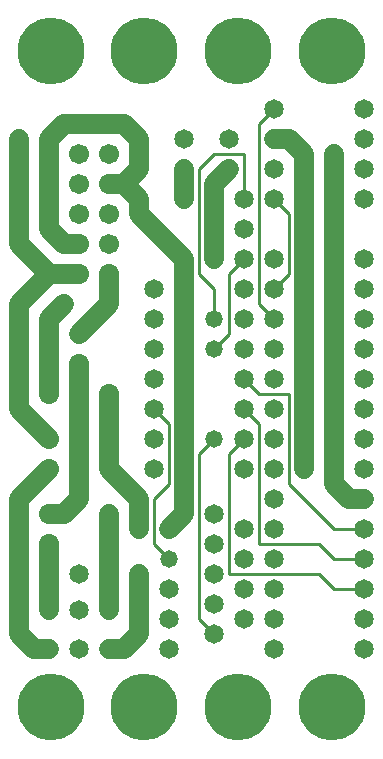
<source format=gtl>
%MOIN*%
%FSLAX25Y25*%
G04 D10 used for Character Trace; *
G04     Circle (OD=.01000) (No hole)*
G04 D11 used for Power Trace; *
G04     Circle (OD=.06500) (No hole)*
G04 D12 used for Signal Trace; *
G04     Circle (OD=.01100) (No hole)*
G04 D13 used for Via; *
G04     Circle (OD=.05800) (Round. Hole ID=.02800)*
G04 D14 used for Component hole; *
G04     Circle (OD=.06500) (Round. Hole ID=.03500)*
G04 D15 used for Component hole; *
G04     Circle (OD=.06700) (Round. Hole ID=.04300)*
G04 D16 used for Component hole; *
G04     Circle (OD=.08100) (Round. Hole ID=.05100)*
G04 D17 used for Component hole; *
G04     Circle (OD=.08900) (Round. Hole ID=.05900)*
G04 D18 used for Component hole; *
G04     Circle (OD=.11300) (Round. Hole ID=.08300)*
G04 D19 used for Component hole; *
G04     Circle (OD=.16000) (Round. Hole ID=.13000)*
G04 D20 used for Component hole; *
G04     Circle (OD=.18300) (Round. Hole ID=.15300)*
G04 D21 used for Component hole; *
G04     Circle (OD=.22291) (Round. Hole ID=.19291)*
%ADD10C,.01000*%
%ADD11C,.06500*%
%ADD12C,.01100*%
%ADD13C,.05800*%
%ADD14C,.06500*%
%ADD15C,.06700*%
%ADD16C,.08100*%
%ADD17C,.08900*%
%ADD18C,.11300*%
%ADD19C,.16000*%
%ADD20C,.18300*%
%ADD21C,.22291*%
%IPPOS*%
%LPD*%
G90*X0Y0D02*D21*X15625Y15625D03*D14*              
X35000Y35000D03*D11*X40000D01*X45000Y40000D01*    
Y60000D01*D14*D03*X55000Y55000D03*D12*Y65000D02*  
X50000Y70000D01*D13*X55000Y65000D03*D12*          
X50000Y70000D02*Y85000D01*X55000Y90000D01*        
Y110000D01*X50000Y115000D01*D14*D03*Y125000D03*   
Y105000D03*D12*X65000Y45000D02*Y100000D01*        
X70000Y40000D02*X65000Y45000D01*D14*              
X70000Y40000D03*Y50000D03*X80000Y45000D03*        
Y55000D03*X55000Y45000D03*Y35000D03*X90000D03*D12*
X75000Y60000D02*X105000D01*X110000Y55000D01*      
X120000D01*D14*D03*D12*X110000Y65000D02*          
X120000D01*D14*D03*D12*X110000Y75000D02*          
X120000D01*D14*D03*D12*X110000Y65000D02*          
X105000Y70000D01*X85000D01*Y110000D01*            
X80000Y115000D01*D14*D03*D12*X85000Y120000D02*    
X95000D01*Y90000D01*X110000Y75000D01*D14*         
X120000Y85000D03*D11*X115000D01*X110000Y90000D01* 
Y120000D01*D13*D03*D11*Y175000D01*D14*D03*D11*    
Y200000D01*D13*D03*D14*X120000Y195000D03*D11*     
X100000Y175000D02*Y200000D01*D14*Y175000D03*D11*  
Y95000D01*D13*D03*D14*X90000Y105000D03*Y85000D03* 
Y95000D03*X120000Y115000D03*X80000Y75000D03*      
Y105000D03*D12*X75000Y100000D01*Y60000D01*D14*    
X80000Y65000D03*X70000Y60000D03*Y70000D03*        
X90000Y45000D03*Y75000D03*Y55000D03*Y65000D03*    
X55000Y75000D03*D11*X60000Y80000D01*Y155000D01*   
D13*D03*D11*Y165000D01*X50000Y175000D01*D13*D03*  
D11*X45000Y180000D01*Y185000D01*X40000Y190000D01* 
X35000D01*D15*D03*D11*X40000D02*X45000Y195000D01* 
Y205000D01*D13*D03*D11*X40000Y210000D01*X20000D01*
X15000Y205000D01*Y175000D01*X20000Y170000D01*     
X25000D01*D15*D03*X35000Y160000D03*D11*Y150000D01*
X25000Y140000D01*D13*D03*D11*X15000Y120000D02*    
Y145000D01*D15*Y120000D03*X25000Y130000D03*D11*   
Y85000D01*X20000Y80000D01*X15000D01*D15*D03*D11*  
X5000Y40000D02*Y85000D01*X10000Y35000D02*         
X5000Y40000D01*X10000Y35000D02*X15000D01*D14*D03* 
X25000Y48000D03*Y35000D03*X15000Y48000D03*D11*    
Y70000D01*D15*D03*D14*X25000Y60000D03*D11*        
X5000Y85000D02*X15000Y95000D01*D15*D03*Y105000D03*
D11*X5000Y115000D01*Y150000D01*X15000Y160000D01*  
X25000D01*D15*D03*X35000Y170000D03*D13*           
X20000Y150000D03*D11*X15000Y145000D01*Y160000D02* 
X5000Y170000D01*Y205000D01*D13*D03*D15*           
X25000Y190000D03*Y200000D03*Y180000D03*X35000D03* 
D21*X15625Y234375D03*D15*X35000Y200000D03*D21*    
X46875Y234375D03*D14*X50000Y155000D03*            
X60000Y185000D03*D11*Y195000D01*D14*D03*D12*      
X65000Y160000D02*Y195000D01*X70000Y155000D02*     
X65000Y160000D01*X70000Y145000D02*Y155000D01*D13* 
Y145000D03*D12*Y135000D02*X75000Y140000D01*D13*   
X70000Y135000D03*D12*X75000Y140000D02*Y160000D01* 
X80000Y165000D01*D14*D03*X90000Y155000D03*D12*    
X95000Y160000D01*Y180000D01*X90000Y185000D01*D14* 
D03*X80000Y175000D03*X90000Y195000D03*            
X80000Y185000D03*D12*Y200000D01*X70000D01*        
X65000Y195000D01*D11*X70000Y185000D02*Y190000D01* 
D14*Y185000D03*D11*Y165000D01*D13*D03*D14*        
X80000Y155000D03*D12*X90000Y145000D02*            
X85000Y150000D01*D14*X90000Y145000D03*D12*        
X85000Y150000D02*Y210000D01*X90000Y215000D01*D14* 
D03*Y205000D03*D11*X95000D01*X100000Y200000D01*   
D14*X120000Y185000D03*Y205000D03*Y215000D03*      
X75000Y205000D03*Y195000D03*D11*X70000Y190000D01* 
D14*X60000Y205000D03*X90000Y165000D03*D21*        
X109375Y234375D03*D14*X50000Y145000D03*D21*       
X78125Y234375D03*D14*X80000Y145000D03*X120000D03* 
Y155000D03*Y165000D03*X50000Y135000D03*X80000D03* 
X90000D03*X120000D03*X80000Y125000D03*D12*        
X85000Y120000D01*D14*X90000Y115000D03*Y125000D03* 
D13*X70000Y105000D03*D12*X65000Y100000D01*D14*    
X80000Y95000D03*X50000D03*X70000Y80000D03*D11*    
X45000Y75000D02*Y85000D01*D14*Y75000D03*          
X35000Y80000D03*D11*Y48000D01*D14*D03*D21*        
X46875Y15625D03*D11*X45000Y85000D02*              
X35000Y95000D01*Y100000D01*D14*D03*D11*Y120000D01*
D15*D03*D14*X120000Y35000D03*Y45000D03*Y95000D03* 
Y105000D03*Y125000D03*D21*X78125Y15625D03*        
X109375D03*M02*                                   

</source>
